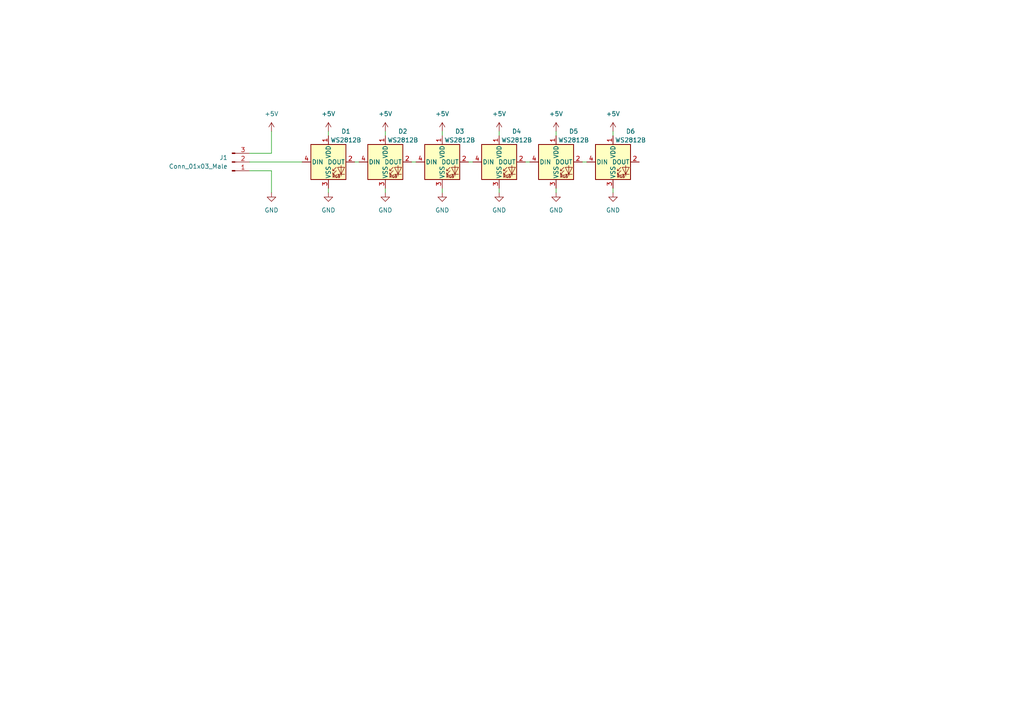
<source format=kicad_sch>
(kicad_sch (version 20211123) (generator eeschema)
  (paper "A4")
  (title_block (title "FabLight LED") (date "2023-03-22") (rev "1") (company "RLKM UG"))
  (lib_symbols
    (symbol "Connector:Conn_01x03_Male" (pin_names (offset 1.016) hide)
      (property "Reference" "J" (at 0 5.08 0))
      (property "Value" "Conn_01x03_Male" (at 0 -5.08 0))
      (symbol "Conn_01x03_Male_1_1"
        (polyline (pts (xy 1.27 -2.54) (xy 0.8636 -2.54)) (stroke (width 0.1524)))
        (polyline (pts (xy 1.27 0) (xy 0.8636 0)) (stroke (width 0.1524)))
        (polyline (pts (xy 1.27 2.54) (xy 0.8636 2.54)) (stroke (width 0.1524)))
        (rectangle (start 0.8636 -2.413) (end 0 -2.667) (stroke (width 0.1524)) (fill (type outline)))
        (rectangle (start 0.8636 0.127) (end 0 -0.127) (stroke (width 0.1524)) (fill (type outline)))
        (rectangle (start 0.8636 2.667) (end 0 2.413) (stroke (width 0.1524)) (fill (type outline)))
        (pin passive line (at 5.08 2.54 180) (length 3.81) (name "Pin_1") (number "1"))
        (pin passive line (at 5.08 0 180) (length 3.81) (name "Pin_2") (number "2"))
        (pin passive line (at 5.08 -2.54 180) (length 3.81) (name "Pin_3") (number "3"))
      )
    )
    (symbol "LED:WS2812B" (pin_names (offset 0.254))
      (property "Reference" "D" (at 5.08 5.715 0))
      (property "Value" "WS2812B" (at 1.27 -5.715 0))
      (symbol "WS2812B_0_0"
        (text "RGB" (at 2.286 -4.191 0) (effects (font (size 0.762 0.762))))
      )
      (symbol "WS2812B_0_1"
        (polyline (pts (xy 1.27 -3.556) (xy 1.778 -3.556)))
        (polyline (pts (xy 1.27 -2.54) (xy 1.778 -2.54)))
        (polyline (pts (xy 4.699 -3.556) (xy 2.667 -3.556)))
        (polyline (pts (xy 2.286 -2.54) (xy 1.27 -3.556) (xy 1.27 -3.048)))
        (polyline (pts (xy 2.286 -1.524) (xy 1.27 -2.54) (xy 1.27 -2.032)))
        (polyline (pts (xy 3.683 -1.016) (xy 3.683 -3.556) (xy 3.683 -4.064)))
        (polyline (pts (xy 4.699 -1.524) (xy 2.667 -1.524) (xy 3.683 -3.556) (xy 4.699 -1.524)))
        (rectangle (start 5.08 5.08) (end -5.08 -5.08) (stroke (width 0.254)) (fill (type background)))
      )
      (symbol "WS2812B_1_1"
        (pin power_in line (at 0 7.62 270) (length 2.54) (name "VDD") (number "1"))
        (pin output line (at 7.62 0 180) (length 2.54) (name "DOUT") (number "2"))
        (pin power_in line (at 0 -7.62 90) (length 2.54) (name "VSS") (number "3"))
        (pin input line (at -7.62 0 0) (length 2.54) (name "DIN") (number "4"))
      )
    )
    (symbol "power:+5V" (power) (pin_names (offset 0))
      (property "Value" "+5V" (at 0 3.556 0))
      (symbol "+5V_0_1"
        (polyline (pts (xy -0.762 1.27) (xy 0 2.54)))
        (polyline (pts (xy 0 0) (xy 0 2.54)))
        (polyline (pts (xy 0 2.54) (xy 0.762 1.27)))
      )
      (symbol "+5V_1_1"
        (pin power_in line (at 0 0 90) (length 0) hide (name "+5V") (number "1"))
      )
    )
    (symbol "power:GND" (power) (pin_names (offset 0))
      (property "Value" "GND" (at 0 -3.81 0))
      (symbol "GND_0_1"
        (polyline (pts (xy 0 0) (xy 0 -1.27) (xy 1.27 -1.27) (xy 0 -2.54) (xy -1.27 -1.27) (xy 0 -1.27)))
      )
      (symbol "GND_1_1"
        (pin power_in line (at 0 0 270) (length 0) hide (name "GND") (number "1"))
      )
    )
  )
  (wire (pts (xy 111.76 38.1) (xy 111.76 39.37)))
  (wire (pts (xy 78.74 44.45) (xy 78.74 38.1)))
  (wire (pts (xy 72.39 49.53) (xy 78.74 49.53)))
  (wire (pts (xy 135.89 46.99) (xy 137.16 46.99)))
  (wire (pts (xy 144.78 38.1) (xy 144.78 39.37)))
  (wire (pts (xy 95.25 38.1) (xy 95.25 39.37)))
  (wire (pts (xy 161.29 54.61) (xy 161.29 55.88)))
  (wire (pts (xy 78.74 55.88) (xy 78.74 49.53)))
  (wire (pts (xy 177.8 38.1) (xy 177.8 39.37)))
  (wire (pts (xy 102.87 46.99) (xy 104.14 46.99)))
  (wire (pts (xy 95.25 54.61) (xy 95.25 55.88)))
  (wire (pts (xy 168.91 46.99) (xy 170.18 46.99)))
  (wire (pts (xy 111.76 54.61) (xy 111.76 55.88)))
  (wire (pts (xy 152.4 46.99) (xy 153.67 46.99)))
  (wire (pts (xy 144.78 54.61) (xy 144.78 55.88)))
  (wire (pts (xy 72.39 44.45) (xy 78.74 44.45)))
  (wire (pts (xy 72.39 46.99) (xy 87.63 46.99)))
  (wire (pts (xy 177.8 54.61) (xy 177.8 55.88)))
  (wire (pts (xy 161.29 38.1) (xy 161.29 39.37)))
  (wire (pts (xy 128.27 38.1) (xy 128.27 39.37)))
  (wire (pts (xy 128.27 54.61) (xy 128.27 55.88)))
  (wire (pts (xy 119.38 46.99) (xy 120.65 46.99)))
  (symbol (lib_id "LED:WS2812B") (at 95.25 46.99 0) (unit 1)
    (property "Reference" "D1" (at 100.33 38.1 0))
    (property "Value" "WS2812B" (at 100.33 40.64 0))
    (property "Footprint" "LED_SMD:LED_WS2812B_PLCC4_5.0x5.0mm_P3.2mm" (effects hide))
    (property "Datasheet" "https://cdn-shop.adafruit.com/datasheets/WS2812B.pdf" (effects hide))
  )
  (symbol (lib_id "power:GND") (at 161.29 55.88 0) (unit 1)
    (property "Reference" "#PWR0113" (effects hide))
    (property "Value" "GND" (at 161.29 60.96 0))
  )
  (symbol (lib_id "power:GND") (at 144.78 55.88 0) (unit 1)
    (property "Reference" "#PWR0112" (effects hide))
    (property "Value" "GND" (at 144.78 60.96 0))
  )
  (symbol (lib_id "LED:WS2812B") (at 111.76 46.99 0) (unit 1)
    (property "Reference" "D2" (at 116.84 38.1 0))
    (property "Value" "WS2812B" (at 116.84 40.64 0))
    (property "Footprint" "LED_SMD:LED_WS2812B_PLCC4_5.0x5.0mm_P3.2mm" (effects hide))
    (property "Datasheet" "https://cdn-shop.adafruit.com/datasheets/WS2812B.pdf" (effects hide))
  )
  (symbol (lib_id "power:+5V") (at 95.25 38.1 0) (unit 1)
    (property "Reference" "#PWR0106" (effects hide))
    (property "Value" "+5V" (at 95.25 33.02 0))
  )
  (symbol (lib_id "power:+5V") (at 78.74 38.1 0) (unit 1)
    (property "Reference" "#PWR0101" (effects hide))
    (property "Value" "+5V" (at 78.74 33.02 0))
  )
  (symbol (lib_id "power:+5V") (at 128.27 38.1 0) (unit 1)
    (property "Reference" "#PWR0107" (effects hide))
    (property "Value" "+5V" (at 128.27 33.02 0))
  )
  (symbol (lib_id "power:+5V") (at 111.76 38.1 0) (unit 1)
    (property "Reference" "#PWR0102" (effects hide))
    (property "Value" "+5V" (at 111.76 33.02 0))
  )
  (symbol (lib_id "power:+5V") (at 144.78 38.1 0) (unit 1)
    (property "Reference" "#PWR0108" (effects hide))
    (property "Value" "+5V" (at 144.78 33.02 0))
  )
  (symbol (lib_id "LED:WS2812B") (at 177.8 46.99 0) (unit 1)
    (property "Reference" "D6" (at 182.88 38.1 0))
    (property "Value" "WS2812B" (at 182.88 40.64 0))
    (property "Footprint" "LED_SMD:LED_WS2812B_PLCC4_5.0x5.0mm_P3.2mm" (effects hide))
    (property "Datasheet" "https://cdn-shop.adafruit.com/datasheets/WS2812B.pdf" (effects hide))
  )
  (symbol (lib_id "power:GND") (at 78.74 55.88 0) (unit 1)
    (property "Reference" "#PWR0105" (effects hide))
    (property "Value" "GND" (at 78.74 60.96 0))
  )
  (symbol (lib_id "power:+5V") (at 161.29 38.1 0) (unit 1)
    (property "Reference" "#PWR0109" (effects hide))
    (property "Value" "+5V" (at 161.29 33.02 0))
  )
  (symbol (lib_id "power:+5V") (at 177.8 38.1 0) (unit 1)
    (property "Reference" "#PWR0110" (effects hide))
    (property "Value" "+5V" (at 177.8 33.02 0))
  )
  (symbol (lib_id "LED:WS2812B") (at 161.29 46.99 0) (unit 1)
    (property "Reference" "D5" (at 166.37 38.1 0))
    (property "Value" "WS2812B" (at 166.37 40.64 0))
    (property "Footprint" "LED_SMD:LED_WS2812B_PLCC4_5.0x5.0mm_P3.2mm" (effects hide))
    (property "Datasheet" "https://cdn-shop.adafruit.com/datasheets/WS2812B.pdf" (effects hide))
  )
  (symbol (lib_id "LED:WS2812B") (at 144.78 46.99 0) (unit 1)
    (property "Reference" "D4" (at 149.86 38.1 0))
    (property "Value" "WS2812B" (at 149.86 40.64 0))
    (property "Footprint" "LED_SMD:LED_WS2812B_PLCC4_5.0x5.0mm_P3.2mm" (effects hide))
    (property "Datasheet" "https://cdn-shop.adafruit.com/datasheets/WS2812B.pdf" (effects hide))
  )
  (symbol (lib_id "Connector:Conn_01x03_Male") (at 67.31 46.99 0) (mirror x) (unit 1)
    (property "Reference" "J1" (at 66.04 45.7199 0) (effects (justify right)))
    (property "Value" "Conn_01x03_Male" (at 66.04 48.2599 0) (effects (justify right)))
    (property "Footprint" "KYOCERA:009155003541006-Pad" (effects hide))
  )
  (symbol (lib_id "power:GND") (at 95.25 55.88 0) (unit 1)
    (property "Reference" "#PWR0104" (effects hide))
    (property "Value" "GND" (at 95.25 60.96 0))
  )
  (symbol (lib_id "power:GND") (at 177.8 55.88 0) (unit 1)
    (property "Reference" "#PWR0114" (effects hide))
    (property "Value" "GND" (at 177.8 60.96 0))
  )
  (symbol (lib_id "power:GND") (at 128.27 55.88 0) (unit 1)
    (property "Reference" "#PWR0111" (effects hide))
    (property "Value" "GND" (at 128.27 60.96 0))
  )
  (symbol (lib_id "power:GND") (at 111.76 55.88 0) (unit 1)
    (property "Reference" "#PWR0103" (effects hide))
    (property "Value" "GND" (at 111.76 60.96 0))
  )
  (symbol (lib_id "LED:WS2812B") (at 128.27 46.99 0) (unit 1)
    (property "Reference" "D3" (at 133.35 38.1 0))
    (property "Value" "WS2812B" (at 133.35 40.64 0))
    (property "Footprint" "LED_SMD:LED_WS2812B_PLCC4_5.0x5.0mm_P3.2mm" (effects hide))
    (property "Datasheet" "https://cdn-shop.adafruit.com/datasheets/WS2812B.pdf" (effects hide))
  )
)
</source>
